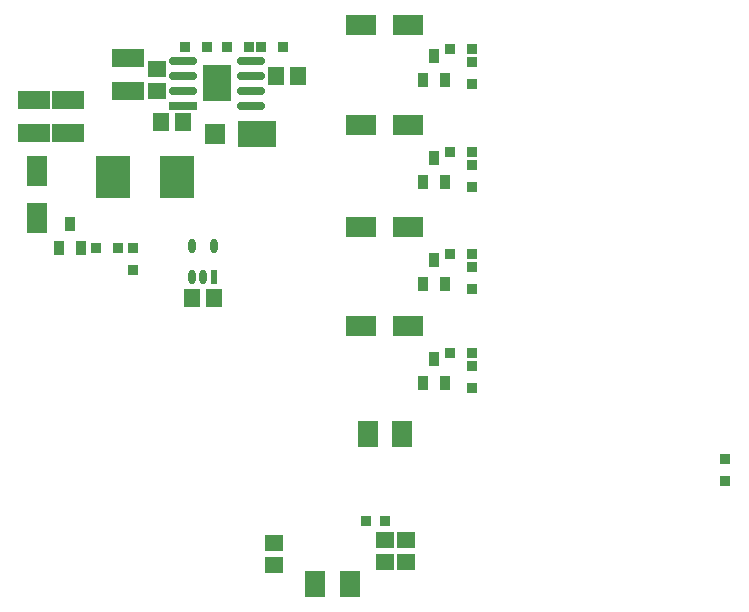
<source format=gbp>
G04*
G04 #@! TF.GenerationSoftware,Altium Limited,Altium Designer,20.1.12 (249)*
G04*
G04 Layer_Color=128*
%FSLAX25Y25*%
%MOIN*%
G70*
G04*
G04 #@! TF.SameCoordinates,4DEFB819-F1CA-47B0-AC9B-A980181B1EFC*
G04*
G04*
G04 #@! TF.FilePolarity,Positive*
G04*
G01*
G75*
%ADD19R,0.05906X0.05709*%
%ADD22R,0.03740X0.03543*%
%ADD23R,0.03543X0.03740*%
%ADD26R,0.05709X0.05906*%
%ADD28R,0.09449X0.12205*%
%ADD79R,0.03504X0.03228*%
%ADD80R,0.11650X0.14300*%
%ADD81R,0.03500X0.05000*%
%ADD82R,0.09843X0.06693*%
%ADD83R,0.06500X0.06500*%
%ADD84R,0.13000X0.08661*%
%ADD85O,0.09449X0.02756*%
%ADD86R,0.09449X0.02756*%
%ADD87R,0.10630X0.06299*%
%ADD88R,0.06693X0.09843*%
%ADD89O,0.02362X0.04724*%
%ADD90R,0.02362X0.04724*%
%ADD91R,0.07087X0.08780*%
D19*
X210500Y159142D02*
D03*
Y151858D02*
D03*
X247500Y160142D02*
D03*
Y152858D02*
D03*
X254500Y160142D02*
D03*
Y152858D02*
D03*
X171500Y317142D02*
D03*
Y309858D02*
D03*
D22*
X276500Y218142D02*
D03*
Y210858D02*
D03*
X361000Y179858D02*
D03*
Y187142D02*
D03*
X163500Y257642D02*
D03*
Y250358D02*
D03*
X276500Y251142D02*
D03*
Y243858D02*
D03*
Y285142D02*
D03*
Y277858D02*
D03*
Y319642D02*
D03*
Y312358D02*
D03*
D23*
X158642Y257500D02*
D03*
X151358D02*
D03*
X180858Y324500D02*
D03*
X188142D02*
D03*
X213642D02*
D03*
X206358D02*
D03*
X202142D02*
D03*
X194858D02*
D03*
X276642Y289500D02*
D03*
X269358D02*
D03*
X276642Y324000D02*
D03*
X269358D02*
D03*
X276642Y255500D02*
D03*
X269358D02*
D03*
X276642Y222500D02*
D03*
X269358D02*
D03*
D26*
X180142Y299500D02*
D03*
X172858D02*
D03*
X190642Y241000D02*
D03*
X183358D02*
D03*
X218642Y315000D02*
D03*
X211358D02*
D03*
D28*
X191481Y312500D02*
D03*
D79*
X241350Y166500D02*
D03*
X247650D02*
D03*
D80*
X178225Y281100D02*
D03*
X156775D02*
D03*
D81*
X138760Y257563D02*
D03*
X146240D02*
D03*
X142500Y265437D02*
D03*
X260260Y212563D02*
D03*
X267740D02*
D03*
X264000Y220437D02*
D03*
X260260Y313563D02*
D03*
X267740D02*
D03*
X264000Y321437D02*
D03*
X260260Y245563D02*
D03*
X267740D02*
D03*
X264000Y253437D02*
D03*
X260260Y279563D02*
D03*
X267740D02*
D03*
X264000Y287437D02*
D03*
D82*
X255374Y332000D02*
D03*
X239626D02*
D03*
X255374Y298500D02*
D03*
X239626D02*
D03*
X255374Y264500D02*
D03*
X239626D02*
D03*
X255374Y231500D02*
D03*
X239626D02*
D03*
D83*
X191000Y295500D02*
D03*
D84*
X205000D02*
D03*
D85*
X202819Y320000D02*
D03*
Y315000D02*
D03*
Y310000D02*
D03*
Y305000D02*
D03*
X180181Y320000D02*
D03*
Y315000D02*
D03*
Y310000D02*
D03*
D86*
Y305000D02*
D03*
D87*
X162000Y321012D02*
D03*
Y309988D02*
D03*
X130500Y295988D02*
D03*
Y307012D02*
D03*
X142000Y295988D02*
D03*
Y307012D02*
D03*
D88*
X131500Y267626D02*
D03*
Y283374D02*
D03*
D89*
X183260Y258236D02*
D03*
X190740D02*
D03*
X183260Y248000D02*
D03*
X187000D02*
D03*
D90*
X190740D02*
D03*
D91*
X253248Y195500D02*
D03*
X241752D02*
D03*
X235748Y145500D02*
D03*
X224252D02*
D03*
M02*

</source>
